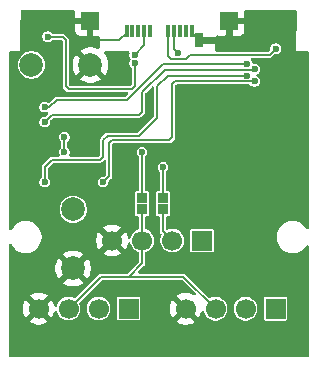
<source format=gbr>
%TF.GenerationSoftware,KiCad,Pcbnew,9.0.4*%
%TF.CreationDate,2025-10-27T13:57:53-04:00*%
%TF.ProjectId,USBC_I2C,55534243-5f49-4324-932e-6b696361645f,rev?*%
%TF.SameCoordinates,Original*%
%TF.FileFunction,Copper,L2,Bot*%
%TF.FilePolarity,Positive*%
%FSLAX46Y46*%
G04 Gerber Fmt 4.6, Leading zero omitted, Abs format (unit mm)*
G04 Created by KiCad (PCBNEW 9.0.4) date 2025-10-27 13:57:53*
%MOMM*%
%LPD*%
G01*
G04 APERTURE LIST*
%TA.AperFunction,SMDPad,CuDef*%
%ADD10R,0.700000X1.150000*%
%TD*%
%TA.AperFunction,SMDPad,CuDef*%
%ADD11R,0.380000X1.000000*%
%TD*%
%TA.AperFunction,ComponentPad*%
%ADD12R,1.700000X1.700000*%
%TD*%
%TA.AperFunction,ComponentPad*%
%ADD13C,1.700000*%
%TD*%
%TA.AperFunction,ComponentPad*%
%ADD14C,2.000000*%
%TD*%
%TA.AperFunction,SMDPad,CuDef*%
%ADD15R,0.850000X0.850000*%
%TD*%
%TA.AperFunction,SMDPad,CuDef*%
%ADD16R,1.500000X1.500000*%
%TD*%
%TA.AperFunction,ViaPad*%
%ADD17C,0.600000*%
%TD*%
%TA.AperFunction,Conductor*%
%ADD18C,0.200000*%
%TD*%
%TA.AperFunction,Conductor*%
%ADD19C,0.600000*%
%TD*%
G04 APERTURE END LIST*
D10*
%TO.P,USB1,S1,SHIELD*%
%TO.N,GND*%
X100230000Y-60022000D03*
D11*
%TO.P,USB1,B12,GND*%
X94060000Y-59182000D03*
%TO.P,USB1,B11*%
%TO.N,N/C*%
X94560000Y-59182000D03*
%TO.P,USB1,B10*%
X95060000Y-59182000D03*
%TO.P,USB1,B9,VBUS*%
%TO.N,Net-(U1-VDD)*%
X95560000Y-59182000D03*
%TO.P,USB1,B8*%
%TO.N,N/C*%
X96060000Y-59182000D03*
%TO.P,USB1,B5,VCONN*%
%TO.N,Net-(USB1-VCONN)*%
X97560000Y-59182000D03*
%TO.P,USB1,B4,VBUS*%
%TO.N,Net-(U1-VDD)*%
X98060000Y-59182000D03*
%TO.P,USB1,B3*%
%TO.N,N/C*%
X98560000Y-59182000D03*
%TO.P,USB1,B2*%
X99060000Y-59182000D03*
%TO.P,USB1,B1,GND*%
%TO.N,GND*%
X99560000Y-59182000D03*
%TD*%
D12*
%TO.P,REF\u002A\u002A,1*%
%TO.N,Vo*%
X94234000Y-82727800D03*
D13*
%TO.P,REF\u002A\u002A,2*%
%TO.N,Out0*%
X91694000Y-82727800D03*
%TO.P,REF\u002A\u002A,3*%
%TO.N,Out1*%
X89154000Y-82727800D03*
%TO.P,REF\u002A\u002A,4*%
%TO.N,GND*%
X86614000Y-82727800D03*
%TD*%
D12*
%TO.P,REF\u002A\u002A,1*%
%TO.N,Vo*%
X100457000Y-76962000D03*
D13*
%TO.P,REF\u002A\u002A,2*%
%TO.N,Out0*%
X97917000Y-76962000D03*
%TO.P,REF\u002A\u002A,3*%
%TO.N,Out1*%
X95377000Y-76962000D03*
%TO.P,REF\u002A\u002A,4*%
%TO.N,GND*%
X92837000Y-76962000D03*
%TD*%
D12*
%TO.P,REF\u002A\u002A,1*%
%TO.N,Vo*%
X106680000Y-82737000D03*
D13*
%TO.P,REF\u002A\u002A,2*%
%TO.N,Out0*%
X104140000Y-82737000D03*
%TO.P,REF\u002A\u002A,3*%
%TO.N,Out1*%
X101600000Y-82737000D03*
%TO.P,REF\u002A\u002A,4*%
%TO.N,GND*%
X99060000Y-82737000D03*
%TD*%
D14*
%TO.P,C2,1*%
%TO.N,GND*%
X89535000Y-79320400D03*
%TO.P,C2,2*%
%TO.N,Net-(U1-VUSB)*%
X89535000Y-74320400D03*
%TD*%
%TO.P,C1,1*%
%TO.N,GND*%
X91004400Y-62103000D03*
%TO.P,C1,2*%
%TO.N,Net-(U1-VDD)*%
X86004400Y-62103000D03*
%TD*%
D15*
%TO.P,2x Pads,1*%
%TO.N,Net-(U1-SDA)*%
X97129600Y-73370400D03*
%TO.P,2x Pads,2*%
%TO.N,Out0*%
X97129600Y-74320400D03*
%TD*%
D16*
%TO.P,,1*%
%TO.N,GND*%
X102768400Y-58369200D03*
%TD*%
D15*
%TO.P,2x Pads,1*%
%TO.N,Net-(U1-SCL)*%
X95377000Y-73370400D03*
%TO.P,2x Pads,2*%
%TO.N,Out1*%
X95377000Y-74320400D03*
%TD*%
D16*
%TO.P,,1*%
%TO.N,GND*%
X90932000Y-58369200D03*
%TD*%
D17*
%TO.N,Net-(D1-A)*%
X104267000Y-61976000D03*
X87122000Y-65659000D03*
%TO.N,GND*%
X90462100Y-57937400D03*
X91414600Y-58826400D03*
X90462100Y-58826400D03*
X102285800Y-57937400D03*
X102285800Y-58826400D03*
X91414600Y-57937400D03*
X108458000Y-73761600D03*
X103238300Y-57937400D03*
X103238300Y-58826400D03*
%TO.N,Net-(U1-VUSB)*%
X88798400Y-69469000D03*
X88798400Y-68199000D03*
%TO.N,Net-(D4-A)*%
X92075000Y-72009000D03*
X104902000Y-63492000D03*
%TO.N,Net-(D3-A)*%
X87122000Y-72009000D03*
X104267000Y-62992000D03*
%TO.N,Net-(D2-A)*%
X104902000Y-62476000D03*
X87122000Y-66929000D03*
%TO.N,Net-(U1-SCL)*%
X95377000Y-69469000D03*
%TO.N,Net-(U1-SDA)*%
X97155000Y-70739000D03*
%TO.N,Net-(USB1-CC)*%
X87376000Y-59690000D03*
X94742000Y-61925200D03*
%TO.N,Net-(USB1-VCONN)*%
X106680000Y-60706000D03*
%TO.N,Net-(U1-VDD)*%
X94742000Y-61214000D03*
X98425000Y-61087000D03*
%TD*%
D18*
%TO.N,Net-(D1-A)*%
X87122000Y-65659000D02*
X87503000Y-65659000D01*
X97155000Y-61976000D02*
X104267000Y-61976000D01*
X88138000Y-65024000D02*
X94107000Y-65024000D01*
X94107000Y-65024000D02*
X97155000Y-61976000D01*
X87503000Y-65659000D02*
X88138000Y-65024000D01*
%TO.N,GND*%
X99560000Y-59182000D02*
X99560000Y-59352000D01*
X94060000Y-59356000D02*
X93395800Y-60020200D01*
X94060000Y-59182000D02*
X94060000Y-59356000D01*
D19*
X102284000Y-60022000D02*
X102768400Y-59537600D01*
X100230000Y-60022000D02*
X102284000Y-60022000D01*
D18*
X91516200Y-60020200D02*
X90932000Y-59436000D01*
X93395800Y-60020200D02*
X91516200Y-60020200D01*
X99560000Y-59352000D02*
X100230000Y-60022000D01*
D19*
X102768400Y-59537600D02*
X102768400Y-58369200D01*
D18*
X90932000Y-59436000D02*
X90932000Y-58369200D01*
%TO.N,Net-(U1-VUSB)*%
X88798400Y-69469000D02*
X88798400Y-68199000D01*
%TO.N,Net-(D4-A)*%
X92075000Y-72009000D02*
X92583000Y-71501000D01*
X104058479Y-63492000D02*
X104059479Y-63493000D01*
X92583000Y-71501000D02*
X92583000Y-68707000D01*
X97917000Y-68199000D02*
X97917000Y-63746000D01*
X104474521Y-63493000D02*
X104475521Y-63492000D01*
X97917000Y-63746000D02*
X98171000Y-63492000D01*
X104475521Y-63492000D02*
X104902000Y-63492000D01*
X92583000Y-68707000D02*
X92837000Y-68453000D01*
X98171000Y-63492000D02*
X104058479Y-63492000D01*
X97663000Y-68453000D02*
X97917000Y-68199000D01*
X92837000Y-68453000D02*
X97663000Y-68453000D01*
X104059479Y-63493000D02*
X104474521Y-63493000D01*
%TO.N,Net-(D3-A)*%
X87122000Y-70739000D02*
X87122000Y-72009000D01*
X96647000Y-66548000D02*
X95123000Y-68072000D01*
X87757000Y-70104000D02*
X87122000Y-70739000D01*
X92075000Y-68453000D02*
X92075000Y-69850000D01*
X91821000Y-70104000D02*
X87757000Y-70104000D01*
X104267000Y-62992000D02*
X97536000Y-62992000D01*
X92075000Y-69850000D02*
X91821000Y-70104000D01*
X95123000Y-68072000D02*
X92456000Y-68072000D01*
X92456000Y-68072000D02*
X92075000Y-68453000D01*
X97536000Y-62992000D02*
X96647000Y-63881000D01*
X96647000Y-63881000D02*
X96647000Y-66548000D01*
%TO.N,Net-(D2-A)*%
X87757000Y-66294000D02*
X95123000Y-66294000D01*
X104894000Y-62484000D02*
X104902000Y-62476000D01*
X97282000Y-62484000D02*
X104894000Y-62484000D01*
X95377000Y-66040000D02*
X95377000Y-64389000D01*
X87122000Y-66929000D02*
X87757000Y-66294000D01*
X95377000Y-64389000D02*
X97282000Y-62484000D01*
X95123000Y-66294000D02*
X95377000Y-66040000D01*
%TO.N,Net-(U1-SCL)*%
X95377000Y-69469000D02*
X95377000Y-73370400D01*
%TO.N,Out0*%
X97129600Y-74320400D02*
X97129600Y-76174600D01*
X97129600Y-76174600D02*
X97917000Y-76962000D01*
%TO.N,Net-(U1-SDA)*%
X97129600Y-70891400D02*
X97129600Y-73370400D01*
X97155000Y-70866000D02*
X97129600Y-70891400D01*
X97155000Y-70739000D02*
X97155000Y-70866000D01*
%TO.N,Out1*%
X98873000Y-80010000D02*
X101600000Y-82737000D01*
X93421200Y-80010000D02*
X94234000Y-80010000D01*
X91881000Y-80010000D02*
X93421200Y-80010000D01*
X95377000Y-76641000D02*
X95377000Y-78867000D01*
X95377000Y-74320400D02*
X95377000Y-76962000D01*
X95377000Y-78867000D02*
X94234000Y-80010000D01*
X89154000Y-82737000D02*
X91881000Y-80010000D01*
X94234000Y-80010000D02*
X98873000Y-80010000D01*
%TO.N,Net-(USB1-CC)*%
X88900000Y-63881000D02*
X89154000Y-64135000D01*
X89154000Y-64135000D02*
X94488000Y-64135000D01*
X87376000Y-59690000D02*
X88646000Y-59690000D01*
X88646000Y-59690000D02*
X88900000Y-59944000D01*
X94488000Y-64135000D02*
X94742000Y-63881000D01*
X94742000Y-63881000D02*
X94742000Y-61925200D01*
X88900000Y-59944000D02*
X88900000Y-63881000D01*
%TO.N,Net-(USB1-VCONN)*%
X97790000Y-61595000D02*
X97560000Y-61365000D01*
X106172000Y-61214000D02*
X99441000Y-61214000D01*
X106680000Y-60706000D02*
X106172000Y-61214000D01*
X97560000Y-61365000D02*
X97560000Y-59182000D01*
X99060000Y-61595000D02*
X97790000Y-61595000D01*
X99441000Y-61214000D02*
X99060000Y-61595000D01*
%TO.N,Net-(U1-VDD)*%
X98060000Y-60722000D02*
X98425000Y-61087000D01*
X94742000Y-61214000D02*
X95560000Y-60396000D01*
X98060000Y-59182000D02*
X98060000Y-60722000D01*
X95560000Y-60396000D02*
X95560000Y-59182000D01*
%TD*%
%TA.AperFunction,Conductor*%
%TO.N,GND*%
G36*
X89626256Y-57449085D02*
G01*
X89672011Y-57501889D01*
X89682507Y-57566653D01*
X89682000Y-57571366D01*
X89682000Y-58119200D01*
X90808000Y-58119200D01*
X90875039Y-58138885D01*
X90920794Y-58191689D01*
X90932000Y-58243200D01*
X90932000Y-58369200D01*
X91058000Y-58369200D01*
X91125039Y-58388885D01*
X91170794Y-58441689D01*
X91182000Y-58493200D01*
X91182000Y-59619200D01*
X91659400Y-59619200D01*
X91726439Y-59638885D01*
X91772194Y-59691689D01*
X91783400Y-59743200D01*
X91783400Y-60614081D01*
X91763715Y-60681120D01*
X91710911Y-60726875D01*
X91641753Y-60736819D01*
X91603107Y-60724567D01*
X91580203Y-60712897D01*
X91355647Y-60639934D01*
X91355648Y-60639934D01*
X91122452Y-60603000D01*
X90886348Y-60603000D01*
X90653152Y-60639934D01*
X90428597Y-60712897D01*
X90218230Y-60820084D01*
X90135294Y-60880340D01*
X90874991Y-61620037D01*
X90811407Y-61637075D01*
X90697393Y-61702901D01*
X90604301Y-61795993D01*
X90538475Y-61910007D01*
X90521437Y-61973591D01*
X89781740Y-61233894D01*
X89721484Y-61316830D01*
X89614297Y-61527197D01*
X89541334Y-61751752D01*
X89504400Y-61984947D01*
X89504400Y-62221052D01*
X89541334Y-62454247D01*
X89614297Y-62678802D01*
X89721487Y-62889174D01*
X89781738Y-62972104D01*
X89781740Y-62972105D01*
X90521437Y-62232408D01*
X90538475Y-62295993D01*
X90604301Y-62410007D01*
X90697393Y-62503099D01*
X90811407Y-62568925D01*
X90874990Y-62585962D01*
X90135293Y-63325658D01*
X90218228Y-63385914D01*
X90428597Y-63493102D01*
X90653152Y-63566065D01*
X90653151Y-63566065D01*
X90886348Y-63603000D01*
X91122452Y-63603000D01*
X91355647Y-63566065D01*
X91580202Y-63493102D01*
X91790563Y-63385918D01*
X91790569Y-63385914D01*
X91873504Y-63325658D01*
X91873505Y-63325658D01*
X91133808Y-62585962D01*
X91197393Y-62568925D01*
X91311407Y-62503099D01*
X91404499Y-62410007D01*
X91470325Y-62295993D01*
X91487362Y-62232408D01*
X92227058Y-62972105D01*
X92227058Y-62972104D01*
X92287314Y-62889169D01*
X92287318Y-62889163D01*
X92394502Y-62678802D01*
X92467465Y-62454247D01*
X92504400Y-62221052D01*
X92504400Y-61984947D01*
X92467465Y-61751752D01*
X92394502Y-61527197D01*
X92287312Y-61316825D01*
X92148877Y-61126285D01*
X92125397Y-61060479D01*
X92141222Y-60992425D01*
X92191328Y-60943730D01*
X92249195Y-60929400D01*
X94187782Y-60929400D01*
X94254821Y-60949085D01*
X94300576Y-61001889D01*
X94310520Y-61071047D01*
X94307558Y-61085485D01*
X94289100Y-61154375D01*
X94289100Y-61273625D01*
X94300675Y-61316825D01*
X94319964Y-61388814D01*
X94335259Y-61415305D01*
X94376413Y-61486585D01*
X94379591Y-61492088D01*
X94381147Y-61494116D01*
X94381927Y-61496133D01*
X94383654Y-61499125D01*
X94383187Y-61499394D01*
X94406339Y-61559286D01*
X94392299Y-61627730D01*
X94381147Y-61645084D01*
X94379591Y-61647111D01*
X94319964Y-61750385D01*
X94297820Y-61833032D01*
X94289100Y-61865575D01*
X94289100Y-61984825D01*
X94299356Y-62023100D01*
X94319964Y-62100014D01*
X94327804Y-62113592D01*
X94379590Y-62203287D01*
X94379592Y-62203289D01*
X94452781Y-62276478D01*
X94486266Y-62337801D01*
X94489100Y-62364159D01*
X94489100Y-63724884D01*
X94480455Y-63754324D01*
X94473932Y-63784311D01*
X94470177Y-63789326D01*
X94469415Y-63791923D01*
X94452781Y-63812565D01*
X94419565Y-63845781D01*
X94358242Y-63879266D01*
X94331884Y-63882100D01*
X89310116Y-63882100D01*
X89243077Y-63862415D01*
X89222435Y-63845781D01*
X89189219Y-63812565D01*
X89155734Y-63751242D01*
X89152900Y-63724884D01*
X89152900Y-60008747D01*
X89152901Y-60008738D01*
X89152901Y-59893696D01*
X89152901Y-59893695D01*
X89132559Y-59844587D01*
X89114399Y-59800743D01*
X89043257Y-59729601D01*
X89043253Y-59729599D01*
X88870611Y-59556957D01*
X88870603Y-59556947D01*
X88789256Y-59475600D01*
X88750196Y-59459421D01*
X88750193Y-59459420D01*
X88734806Y-59453047D01*
X88696305Y-59437099D01*
X88595695Y-59437099D01*
X88595693Y-59437100D01*
X87814959Y-59437100D01*
X87747920Y-59417415D01*
X87727278Y-59400781D01*
X87654089Y-59327592D01*
X87654087Y-59327590D01*
X87582830Y-59286449D01*
X87550814Y-59267964D01*
X87493219Y-59252532D01*
X87435625Y-59237100D01*
X87316375Y-59237100D01*
X87201185Y-59267964D01*
X87097913Y-59327590D01*
X87097910Y-59327592D01*
X87013592Y-59411910D01*
X87013590Y-59411913D01*
X86953964Y-59515185D01*
X86923100Y-59630375D01*
X86923100Y-59749624D01*
X86953964Y-59864814D01*
X86970639Y-59893695D01*
X87013590Y-59968087D01*
X87097913Y-60052410D01*
X87201187Y-60112036D01*
X87316375Y-60142900D01*
X87316377Y-60142900D01*
X87435623Y-60142900D01*
X87435625Y-60142900D01*
X87550813Y-60112036D01*
X87654087Y-60052410D01*
X87727278Y-59979219D01*
X87788601Y-59945734D01*
X87814959Y-59942900D01*
X88489884Y-59942900D01*
X88519324Y-59951544D01*
X88549311Y-59958068D01*
X88554326Y-59961822D01*
X88556923Y-59962585D01*
X88577565Y-59979219D01*
X88610781Y-60012435D01*
X88644266Y-60073758D01*
X88647100Y-60100116D01*
X88647100Y-63820692D01*
X88647099Y-63820706D01*
X88647099Y-63931307D01*
X88659148Y-63960395D01*
X88659149Y-63960397D01*
X88659150Y-63960398D01*
X88669653Y-63985754D01*
X88685601Y-64024257D01*
X88766947Y-64105603D01*
X88766957Y-64105611D01*
X88939599Y-64278253D01*
X88939601Y-64278257D01*
X89010743Y-64349399D01*
X89065193Y-64371952D01*
X89103695Y-64387901D01*
X89103697Y-64387901D01*
X89218739Y-64387901D01*
X89218747Y-64387900D01*
X94086084Y-64387900D01*
X94107329Y-64394138D01*
X94129418Y-64395718D01*
X94140201Y-64403790D01*
X94153123Y-64407585D01*
X94167622Y-64424318D01*
X94185351Y-64437590D01*
X94190058Y-64450210D01*
X94198878Y-64460389D01*
X94202029Y-64482306D01*
X94209768Y-64503054D01*
X94206905Y-64516214D01*
X94208822Y-64529547D01*
X94199622Y-64549690D01*
X94194916Y-64571327D01*
X94181647Y-64589052D01*
X94179797Y-64593103D01*
X94173765Y-64599581D01*
X94038565Y-64734781D01*
X93977242Y-64768266D01*
X93950884Y-64771100D01*
X88202747Y-64771100D01*
X88202739Y-64771099D01*
X88188305Y-64771099D01*
X88087695Y-64771099D01*
X88087693Y-64771099D01*
X88021968Y-64798323D01*
X88021968Y-64798324D01*
X87994743Y-64809601D01*
X87994741Y-64809602D01*
X87923600Y-64880744D01*
X87535625Y-65268718D01*
X87474302Y-65302203D01*
X87404610Y-65297219D01*
X87385943Y-65288424D01*
X87296814Y-65236964D01*
X87239219Y-65221532D01*
X87181625Y-65206100D01*
X87062375Y-65206100D01*
X86947185Y-65236964D01*
X86843913Y-65296590D01*
X86843910Y-65296592D01*
X86759592Y-65380910D01*
X86759590Y-65380913D01*
X86699964Y-65484185D01*
X86669100Y-65599375D01*
X86669100Y-65718624D01*
X86699964Y-65833814D01*
X86722819Y-65873399D01*
X86759590Y-65937087D01*
X86843913Y-66021410D01*
X86909886Y-66059500D01*
X86944701Y-66079601D01*
X86947187Y-66081036D01*
X87062375Y-66111900D01*
X87062377Y-66111900D01*
X87181622Y-66111900D01*
X87181625Y-66111900D01*
X87280786Y-66085330D01*
X87283836Y-66085402D01*
X87286517Y-66083939D01*
X87318536Y-66086228D01*
X87350632Y-66086993D01*
X87353161Y-66088705D01*
X87356209Y-66088923D01*
X87381908Y-66108161D01*
X87408495Y-66126155D01*
X87409697Y-66128963D01*
X87412143Y-66130794D01*
X87423362Y-66160874D01*
X87435999Y-66190384D01*
X87435492Y-66193396D01*
X87436560Y-66196258D01*
X87429736Y-66227626D01*
X87424413Y-66259286D01*
X87422162Y-66262446D01*
X87421709Y-66264531D01*
X87400558Y-66292786D01*
X87253562Y-66439782D01*
X87192242Y-66473266D01*
X87165883Y-66476100D01*
X87062375Y-66476100D01*
X86947185Y-66506964D01*
X86843913Y-66566590D01*
X86843910Y-66566592D01*
X86759592Y-66650910D01*
X86759590Y-66650913D01*
X86699964Y-66754185D01*
X86669100Y-66869375D01*
X86669100Y-66988624D01*
X86699964Y-67103814D01*
X86729777Y-67155450D01*
X86759590Y-67207087D01*
X86843913Y-67291410D01*
X86947187Y-67351036D01*
X87062375Y-67381900D01*
X87062377Y-67381900D01*
X87181623Y-67381900D01*
X87181625Y-67381900D01*
X87296813Y-67351036D01*
X87400087Y-67291410D01*
X87484410Y-67207087D01*
X87544036Y-67103813D01*
X87574900Y-66988625D01*
X87574900Y-66885116D01*
X87594585Y-66818077D01*
X87611219Y-66797434D01*
X87646255Y-66762399D01*
X87825437Y-66583218D01*
X87886760Y-66549734D01*
X87913118Y-66546900D01*
X95072693Y-66546900D01*
X95072695Y-66546901D01*
X95173305Y-66546901D01*
X95211806Y-66530952D01*
X95266257Y-66508399D01*
X95337399Y-66437257D01*
X95337399Y-66437254D01*
X95349314Y-66425340D01*
X95349317Y-66425335D01*
X95520253Y-66254400D01*
X95520257Y-66254399D01*
X95591399Y-66183257D01*
X95613952Y-66128806D01*
X95629901Y-66090305D01*
X95629901Y-65989695D01*
X95629901Y-65979706D01*
X95629900Y-65979692D01*
X95629900Y-64545116D01*
X95649585Y-64478077D01*
X95666219Y-64457435D01*
X96182419Y-63941235D01*
X96243742Y-63907750D01*
X96313434Y-63912734D01*
X96369367Y-63954606D01*
X96393784Y-64020070D01*
X96394100Y-64028916D01*
X96394100Y-66391883D01*
X96374415Y-66458922D01*
X96357781Y-66479564D01*
X95054565Y-67782781D01*
X94993242Y-67816266D01*
X94966884Y-67819100D01*
X92506307Y-67819100D01*
X92506305Y-67819099D01*
X92405695Y-67819099D01*
X92363469Y-67836590D01*
X92348380Y-67842839D01*
X92348378Y-67842840D01*
X92312746Y-67857599D01*
X92312740Y-67857603D01*
X91936084Y-68234260D01*
X91936062Y-68234280D01*
X91860602Y-68309740D01*
X91847134Y-68342256D01*
X91822099Y-68402693D01*
X91822099Y-68517738D01*
X91822100Y-68517747D01*
X91822100Y-69693884D01*
X91813455Y-69723324D01*
X91806932Y-69753311D01*
X91803177Y-69758326D01*
X91802415Y-69760923D01*
X91785781Y-69781565D01*
X91752565Y-69814781D01*
X91691242Y-69848266D01*
X91664884Y-69851100D01*
X89315533Y-69851100D01*
X89248494Y-69831415D01*
X89202739Y-69778611D01*
X89192795Y-69709453D01*
X89208147Y-69665098D01*
X89220435Y-69643815D01*
X89220436Y-69643813D01*
X89251300Y-69528625D01*
X89251300Y-69409375D01*
X89220436Y-69294187D01*
X89160810Y-69190913D01*
X89087619Y-69117722D01*
X89054134Y-69056399D01*
X89051300Y-69030041D01*
X89051300Y-68637959D01*
X89070985Y-68570920D01*
X89087619Y-68550278D01*
X89120159Y-68517738D01*
X89160810Y-68477087D01*
X89220436Y-68373813D01*
X89251300Y-68258625D01*
X89251300Y-68139375D01*
X89220436Y-68024187D01*
X89160810Y-67920913D01*
X89076487Y-67836590D01*
X89024850Y-67806777D01*
X88973214Y-67776964D01*
X88915619Y-67761532D01*
X88858025Y-67746100D01*
X88738775Y-67746100D01*
X88623585Y-67776964D01*
X88520313Y-67836590D01*
X88520310Y-67836592D01*
X88435992Y-67920910D01*
X88435990Y-67920913D01*
X88376364Y-68024185D01*
X88348652Y-68127611D01*
X88345500Y-68139375D01*
X88345500Y-68258625D01*
X88359196Y-68309740D01*
X88376364Y-68373814D01*
X88393038Y-68402693D01*
X88435990Y-68477087D01*
X88435992Y-68477089D01*
X88509181Y-68550278D01*
X88542666Y-68611601D01*
X88545500Y-68637959D01*
X88545500Y-69030041D01*
X88525815Y-69097080D01*
X88509181Y-69117722D01*
X88435992Y-69190910D01*
X88435990Y-69190913D01*
X88376364Y-69294185D01*
X88345500Y-69409375D01*
X88345500Y-69528624D01*
X88376364Y-69643815D01*
X88388653Y-69665098D01*
X88405127Y-69732998D01*
X88382275Y-69799026D01*
X88327355Y-69842217D01*
X88281267Y-69851100D01*
X87807307Y-69851100D01*
X87807305Y-69851099D01*
X87706695Y-69851099D01*
X87662272Y-69869500D01*
X87647354Y-69875678D01*
X87647353Y-69875679D01*
X87613746Y-69889599D01*
X87613740Y-69889603D01*
X86989100Y-70514243D01*
X86989093Y-70514251D01*
X86978746Y-70524599D01*
X86978743Y-70524601D01*
X86907601Y-70595743D01*
X86889891Y-70638500D01*
X86883792Y-70653222D01*
X86883790Y-70653226D01*
X86869099Y-70688694D01*
X86869099Y-70803738D01*
X86869100Y-70803747D01*
X86869100Y-71570041D01*
X86849415Y-71637080D01*
X86832781Y-71657722D01*
X86759592Y-71730910D01*
X86759590Y-71730913D01*
X86699964Y-71834185D01*
X86669100Y-71949375D01*
X86669100Y-72068624D01*
X86699964Y-72183814D01*
X86729777Y-72235450D01*
X86759590Y-72287087D01*
X86843913Y-72371410D01*
X86947187Y-72431036D01*
X87062375Y-72461900D01*
X87062377Y-72461900D01*
X87181623Y-72461900D01*
X87181625Y-72461900D01*
X87296813Y-72431036D01*
X87400087Y-72371410D01*
X87484410Y-72287087D01*
X87544036Y-72183813D01*
X87574900Y-72068625D01*
X87574900Y-71949375D01*
X87544036Y-71834187D01*
X87484410Y-71730913D01*
X87411219Y-71657722D01*
X87377734Y-71596399D01*
X87374900Y-71570041D01*
X87374900Y-70895116D01*
X87394585Y-70828077D01*
X87411219Y-70807435D01*
X87825436Y-70393219D01*
X87886759Y-70359734D01*
X87913117Y-70356900D01*
X91770693Y-70356900D01*
X91770695Y-70356901D01*
X91871305Y-70356901D01*
X91909806Y-70340952D01*
X91964257Y-70318399D01*
X92035399Y-70247257D01*
X92035399Y-70247254D01*
X92047309Y-70235345D01*
X92047313Y-70235340D01*
X92118421Y-70164231D01*
X92179743Y-70130749D01*
X92249434Y-70135734D01*
X92305368Y-70177605D01*
X92329784Y-70243070D01*
X92330100Y-70251915D01*
X92330100Y-71344883D01*
X92310415Y-71411922D01*
X92293781Y-71432564D01*
X92206564Y-71519781D01*
X92145241Y-71553266D01*
X92118883Y-71556100D01*
X92015375Y-71556100D01*
X91900185Y-71586964D01*
X91796913Y-71646590D01*
X91796910Y-71646592D01*
X91712592Y-71730910D01*
X91712590Y-71730913D01*
X91652964Y-71834185D01*
X91622100Y-71949375D01*
X91622100Y-72068624D01*
X91652964Y-72183814D01*
X91682777Y-72235450D01*
X91712590Y-72287087D01*
X91796913Y-72371410D01*
X91900187Y-72431036D01*
X92015375Y-72461900D01*
X92015377Y-72461900D01*
X92134623Y-72461900D01*
X92134625Y-72461900D01*
X92249813Y-72431036D01*
X92353087Y-72371410D01*
X92437410Y-72287087D01*
X92497036Y-72183813D01*
X92527900Y-72068625D01*
X92527900Y-71965115D01*
X92536544Y-71935674D01*
X92543068Y-71905688D01*
X92546822Y-71900672D01*
X92547585Y-71898076D01*
X92564219Y-71877434D01*
X92607468Y-71834185D01*
X92708814Y-71732840D01*
X92708818Y-71732837D01*
X92726256Y-71715399D01*
X92726257Y-71715399D01*
X92797399Y-71644257D01*
X92821130Y-71586964D01*
X92835901Y-71551305D01*
X92835901Y-71450695D01*
X92835900Y-71450692D01*
X92835900Y-68863116D01*
X92855585Y-68796077D01*
X92872219Y-68775435D01*
X92905435Y-68742219D01*
X92966758Y-68708734D01*
X92993116Y-68705900D01*
X97612693Y-68705900D01*
X97612695Y-68705901D01*
X97713305Y-68705901D01*
X97751806Y-68689952D01*
X97806257Y-68667399D01*
X97877399Y-68596257D01*
X97877399Y-68596254D01*
X97889314Y-68584340D01*
X97889317Y-68584335D01*
X98048335Y-68425318D01*
X98048343Y-68425312D01*
X98060255Y-68413399D01*
X98060257Y-68413399D01*
X98131399Y-68342257D01*
X98131399Y-68342255D01*
X98131401Y-68342254D01*
X98158540Y-68276731D01*
X98166040Y-68258625D01*
X98169901Y-68249305D01*
X98169901Y-68148695D01*
X98169900Y-68148692D01*
X98169900Y-63902116D01*
X98189585Y-63835077D01*
X98206219Y-63814435D01*
X98239435Y-63781219D01*
X98300758Y-63747734D01*
X98327116Y-63744900D01*
X103991930Y-63744900D01*
X103992867Y-63744904D01*
X104007025Y-63745011D01*
X104009174Y-63745901D01*
X104109784Y-63745901D01*
X104109786Y-63745900D01*
X104409774Y-63745900D01*
X104409782Y-63745901D01*
X104464041Y-63745901D01*
X104531080Y-63765586D01*
X104551722Y-63782219D01*
X104623913Y-63854410D01*
X104727187Y-63914036D01*
X104842375Y-63944900D01*
X104842377Y-63944900D01*
X104961623Y-63944900D01*
X104961625Y-63944900D01*
X105076813Y-63914036D01*
X105180087Y-63854410D01*
X105264410Y-63770087D01*
X105324036Y-63666813D01*
X105354900Y-63551625D01*
X105354900Y-63432375D01*
X105324036Y-63317187D01*
X105264410Y-63213913D01*
X105180087Y-63129590D01*
X105113917Y-63091386D01*
X105065702Y-63040820D01*
X105052480Y-62972213D01*
X105078448Y-62907348D01*
X105113918Y-62876613D01*
X105180087Y-62838410D01*
X105264410Y-62754087D01*
X105324036Y-62650813D01*
X105354900Y-62535625D01*
X105354900Y-62416375D01*
X105324036Y-62301187D01*
X105264410Y-62197913D01*
X105180087Y-62113590D01*
X105128450Y-62083777D01*
X105076814Y-62053964D01*
X105008370Y-62035625D01*
X104961625Y-62023100D01*
X104842695Y-62023100D01*
X104775656Y-62003415D01*
X104729901Y-61950611D01*
X104722301Y-61924145D01*
X104722003Y-61924225D01*
X104719900Y-61916375D01*
X104689036Y-61801187D01*
X104629410Y-61697913D01*
X104610078Y-61678581D01*
X104576593Y-61617258D01*
X104581577Y-61547566D01*
X104623449Y-61491633D01*
X104688913Y-61467216D01*
X104697759Y-61466900D01*
X106121693Y-61466900D01*
X106121695Y-61466901D01*
X106222305Y-61466901D01*
X106260806Y-61450952D01*
X106315257Y-61428399D01*
X106386399Y-61357257D01*
X106386399Y-61357254D01*
X106398309Y-61345345D01*
X106398313Y-61345340D01*
X106548436Y-61195216D01*
X106609757Y-61161734D01*
X106636115Y-61158900D01*
X106739623Y-61158900D01*
X106739625Y-61158900D01*
X106854813Y-61128036D01*
X106958087Y-61068410D01*
X107042410Y-60984087D01*
X107102036Y-60880813D01*
X107132900Y-60765625D01*
X107132900Y-60646375D01*
X107102036Y-60531187D01*
X107042410Y-60427913D01*
X106958087Y-60343590D01*
X106906450Y-60313777D01*
X106854814Y-60283964D01*
X106797219Y-60268532D01*
X106739625Y-60253100D01*
X106620375Y-60253100D01*
X106505185Y-60283964D01*
X106401913Y-60343590D01*
X106401910Y-60343592D01*
X106317592Y-60427910D01*
X106317590Y-60427913D01*
X106257964Y-60531185D01*
X106227100Y-60646375D01*
X106227100Y-60749882D01*
X106218456Y-60779318D01*
X106211933Y-60809308D01*
X106208177Y-60814325D01*
X106207415Y-60816921D01*
X106190782Y-60837563D01*
X106103565Y-60924781D01*
X106042242Y-60958266D01*
X106015883Y-60961100D01*
X101664309Y-60961100D01*
X101597270Y-60941415D01*
X101551515Y-60888611D01*
X101540624Y-60828265D01*
X101569220Y-60427913D01*
X101622999Y-59675008D01*
X101647409Y-59609546D01*
X101703339Y-59567669D01*
X101773030Y-59562678D01*
X101790016Y-59567665D01*
X101911020Y-59612796D01*
X101911027Y-59612798D01*
X101970555Y-59619199D01*
X101970572Y-59619200D01*
X102518400Y-59619200D01*
X103018400Y-59619200D01*
X103566228Y-59619200D01*
X103566244Y-59619199D01*
X103625772Y-59612798D01*
X103625779Y-59612796D01*
X103760486Y-59562554D01*
X103760493Y-59562550D01*
X103875587Y-59476390D01*
X103875590Y-59476387D01*
X103961750Y-59361293D01*
X103961754Y-59361286D01*
X104011996Y-59226579D01*
X104011998Y-59226572D01*
X104018399Y-59167044D01*
X104018400Y-59167027D01*
X104018400Y-58619200D01*
X103018400Y-58619200D01*
X103018400Y-59619200D01*
X102518400Y-59619200D01*
X102518400Y-58493200D01*
X102538085Y-58426161D01*
X102590889Y-58380406D01*
X102642400Y-58369200D01*
X102768400Y-58369200D01*
X102768400Y-58243200D01*
X102788085Y-58176161D01*
X102840889Y-58130406D01*
X102892400Y-58119200D01*
X104018400Y-58119200D01*
X104018400Y-57571372D01*
X104018399Y-57571366D01*
X104017893Y-57566653D01*
X104030300Y-57497894D01*
X104077911Y-57446757D01*
X104141183Y-57429400D01*
X108357184Y-57429400D01*
X108424223Y-57449085D01*
X108469978Y-57501889D01*
X108481164Y-57555593D01*
X108421400Y-60929400D01*
X109359400Y-60929400D01*
X109426439Y-60949085D01*
X109472194Y-61001889D01*
X109483400Y-61053400D01*
X109483400Y-75857318D01*
X109463715Y-75924357D01*
X109410911Y-75970112D01*
X109341753Y-75980056D01*
X109278197Y-75951031D01*
X109259082Y-75930203D01*
X109150109Y-75780214D01*
X109150105Y-75780209D01*
X108999786Y-75629890D01*
X108827820Y-75504951D01*
X108638414Y-75408444D01*
X108638413Y-75408443D01*
X108638412Y-75408443D01*
X108436243Y-75342754D01*
X108436241Y-75342753D01*
X108436240Y-75342753D01*
X108274957Y-75317208D01*
X108226287Y-75309500D01*
X108013713Y-75309500D01*
X107965042Y-75317208D01*
X107803760Y-75342753D01*
X107601585Y-75408444D01*
X107412179Y-75504951D01*
X107240213Y-75629890D01*
X107089890Y-75780213D01*
X106964951Y-75952179D01*
X106868444Y-76141585D01*
X106802753Y-76343760D01*
X106774228Y-76523860D01*
X106769500Y-76553713D01*
X106769500Y-76766287D01*
X106802754Y-76976243D01*
X106851800Y-77127191D01*
X106868444Y-77178414D01*
X106964951Y-77367820D01*
X107089890Y-77539786D01*
X107240213Y-77690109D01*
X107412179Y-77815048D01*
X107412181Y-77815049D01*
X107412184Y-77815051D01*
X107601588Y-77911557D01*
X107803757Y-77977246D01*
X108013713Y-78010500D01*
X108013714Y-78010500D01*
X108226286Y-78010500D01*
X108226287Y-78010500D01*
X108436243Y-77977246D01*
X108638412Y-77911557D01*
X108827816Y-77815051D01*
X108929734Y-77741004D01*
X108999786Y-77690109D01*
X108999788Y-77690106D01*
X108999792Y-77690104D01*
X109150104Y-77539792D01*
X109259082Y-77389794D01*
X109314411Y-77347130D01*
X109384024Y-77341151D01*
X109445820Y-77373756D01*
X109480177Y-77434595D01*
X109483400Y-77462681D01*
X109483400Y-86705400D01*
X109463715Y-86772439D01*
X109410911Y-86818194D01*
X109359400Y-86829400D01*
X84207400Y-86829400D01*
X84140361Y-86809715D01*
X84094606Y-86756911D01*
X84083400Y-86705400D01*
X84083400Y-82621553D01*
X85264000Y-82621553D01*
X85264000Y-82834046D01*
X85297242Y-83043927D01*
X85297242Y-83043930D01*
X85362904Y-83246017D01*
X85459375Y-83435350D01*
X85498728Y-83489516D01*
X86131037Y-82857208D01*
X86148075Y-82920793D01*
X86213901Y-83034807D01*
X86306993Y-83127899D01*
X86421007Y-83193725D01*
X86484590Y-83210762D01*
X85852282Y-83843069D01*
X85852282Y-83843070D01*
X85906449Y-83882424D01*
X86095782Y-83978895D01*
X86297870Y-84044557D01*
X86507754Y-84077800D01*
X86720246Y-84077800D01*
X86930127Y-84044557D01*
X86930130Y-84044557D01*
X87132217Y-83978895D01*
X87321554Y-83882422D01*
X87375716Y-83843070D01*
X87375717Y-83843070D01*
X86743408Y-83210762D01*
X86806993Y-83193725D01*
X86921007Y-83127899D01*
X87014099Y-83034807D01*
X87079925Y-82920793D01*
X87096962Y-82857208D01*
X87729270Y-83489517D01*
X87729270Y-83489516D01*
X87768622Y-83435354D01*
X87865095Y-83246017D01*
X87930756Y-83043933D01*
X87938971Y-82992062D01*
X87968900Y-82928927D01*
X88028211Y-82891995D01*
X88098073Y-82892991D01*
X88156307Y-82931600D01*
X88183062Y-82987264D01*
X88189640Y-83020331D01*
X88189641Y-83020336D01*
X88265237Y-83202843D01*
X88265243Y-83202854D01*
X88374997Y-83367114D01*
X88514685Y-83506802D01*
X88514688Y-83506804D01*
X88678949Y-83616559D01*
X88861465Y-83692159D01*
X88861467Y-83692159D01*
X88861472Y-83692161D01*
X89055218Y-83730699D01*
X89055221Y-83730700D01*
X89055223Y-83730700D01*
X89252779Y-83730700D01*
X89252780Y-83730699D01*
X89317363Y-83717853D01*
X89446527Y-83692161D01*
X89446530Y-83692159D01*
X89446535Y-83692159D01*
X89629051Y-83616559D01*
X89793312Y-83506804D01*
X89933004Y-83367112D01*
X90042759Y-83202851D01*
X90118359Y-83020335D01*
X90123108Y-82996464D01*
X90155069Y-82835781D01*
X90156900Y-82826577D01*
X90156900Y-82629023D01*
X90156900Y-82629020D01*
X90156899Y-82629018D01*
X90691100Y-82629018D01*
X90691100Y-82826581D01*
X90729638Y-83020327D01*
X90729641Y-83020336D01*
X90805237Y-83202843D01*
X90805243Y-83202854D01*
X90914997Y-83367114D01*
X91054685Y-83506802D01*
X91054688Y-83506804D01*
X91218949Y-83616559D01*
X91401465Y-83692159D01*
X91401467Y-83692159D01*
X91401472Y-83692161D01*
X91595218Y-83730699D01*
X91595221Y-83730700D01*
X91595223Y-83730700D01*
X91792779Y-83730700D01*
X91792780Y-83730699D01*
X91857363Y-83717853D01*
X91986527Y-83692161D01*
X91986530Y-83692159D01*
X91986535Y-83692159D01*
X92169051Y-83616559D01*
X92333312Y-83506804D01*
X92473004Y-83367112D01*
X92582759Y-83202851D01*
X92658359Y-83020335D01*
X92663108Y-82996464D01*
X92695069Y-82835781D01*
X92696900Y-82826577D01*
X92696900Y-82629023D01*
X92696900Y-82629020D01*
X92696899Y-82629018D01*
X92658361Y-82435272D01*
X92658358Y-82435263D01*
X92652364Y-82420793D01*
X92582759Y-82252749D01*
X92473004Y-82088488D01*
X92473002Y-82088485D01*
X92333315Y-81948798D01*
X92204519Y-81862740D01*
X93231100Y-81862740D01*
X93231100Y-83592854D01*
X93239972Y-83637458D01*
X93239973Y-83637461D01*
X93273765Y-83688033D01*
X93273766Y-83688034D01*
X93324342Y-83721828D01*
X93324343Y-83721828D01*
X93324345Y-83721829D01*
X93346642Y-83726264D01*
X93368943Y-83730700D01*
X95099056Y-83730699D01*
X95143658Y-83721828D01*
X95194234Y-83688034D01*
X95228028Y-83637458D01*
X95236900Y-83592857D01*
X95236899Y-81862744D01*
X95228028Y-81818142D01*
X95228026Y-81818140D01*
X95228026Y-81818138D01*
X95194234Y-81767566D01*
X95194233Y-81767565D01*
X95143658Y-81733772D01*
X95143657Y-81733771D01*
X95143656Y-81733771D01*
X95143654Y-81733770D01*
X95099059Y-81724900D01*
X93368945Y-81724900D01*
X93324341Y-81733772D01*
X93324338Y-81733773D01*
X93273766Y-81767565D01*
X93239971Y-81818143D01*
X93239970Y-81818145D01*
X93231100Y-81862740D01*
X92204519Y-81862740D01*
X92169054Y-81839043D01*
X92169053Y-81839042D01*
X92169051Y-81839041D01*
X92169048Y-81839039D01*
X92169043Y-81839037D01*
X91986536Y-81763441D01*
X91986527Y-81763438D01*
X91792780Y-81724900D01*
X91792777Y-81724900D01*
X91595223Y-81724900D01*
X91595220Y-81724900D01*
X91401472Y-81763438D01*
X91401463Y-81763441D01*
X91218956Y-81839037D01*
X91218945Y-81839043D01*
X91054685Y-81948797D01*
X90914997Y-82088485D01*
X90805243Y-82252745D01*
X90805237Y-82252756D01*
X90729641Y-82435263D01*
X90729638Y-82435272D01*
X90691100Y-82629018D01*
X90156899Y-82629018D01*
X90118361Y-82435272D01*
X90118358Y-82435263D01*
X90112364Y-82420793D01*
X90060742Y-82296164D01*
X90053273Y-82226695D01*
X90084548Y-82164216D01*
X90087593Y-82161060D01*
X91949436Y-80299219D01*
X92010759Y-80265734D01*
X92037117Y-80262900D01*
X93370895Y-80262900D01*
X94183693Y-80262900D01*
X94183695Y-80262901D01*
X94284305Y-80262901D01*
X94284307Y-80262900D01*
X98716884Y-80262900D01*
X98783923Y-80282585D01*
X98804564Y-80299218D01*
X99866729Y-81361384D01*
X99900214Y-81422706D01*
X99895230Y-81492398D01*
X99853358Y-81548331D01*
X99787894Y-81572748D01*
X99722753Y-81559549D01*
X99578217Y-81485904D01*
X99376129Y-81420242D01*
X99166246Y-81387000D01*
X98953754Y-81387000D01*
X98743872Y-81420242D01*
X98743869Y-81420242D01*
X98541782Y-81485904D01*
X98352439Y-81582380D01*
X98298282Y-81621727D01*
X98298282Y-81621728D01*
X98930591Y-82254037D01*
X98867007Y-82271075D01*
X98752993Y-82336901D01*
X98659901Y-82429993D01*
X98594075Y-82544007D01*
X98577037Y-82607591D01*
X97944728Y-81975282D01*
X97944727Y-81975282D01*
X97905380Y-82029439D01*
X97808904Y-82218782D01*
X97743242Y-82420869D01*
X97743242Y-82420872D01*
X97710000Y-82630753D01*
X97710000Y-82843246D01*
X97743242Y-83053127D01*
X97743242Y-83053130D01*
X97808904Y-83255217D01*
X97905375Y-83444550D01*
X97944728Y-83498716D01*
X98577037Y-82866408D01*
X98594075Y-82929993D01*
X98659901Y-83044007D01*
X98752993Y-83137099D01*
X98867007Y-83202925D01*
X98930590Y-83219962D01*
X98298282Y-83852269D01*
X98298282Y-83852270D01*
X98352449Y-83891624D01*
X98541782Y-83988095D01*
X98743870Y-84053757D01*
X98953754Y-84087000D01*
X99166246Y-84087000D01*
X99376127Y-84053757D01*
X99376130Y-84053757D01*
X99578217Y-83988095D01*
X99767554Y-83891622D01*
X99821716Y-83852270D01*
X99821717Y-83852270D01*
X99189408Y-83219962D01*
X99252993Y-83202925D01*
X99367007Y-83137099D01*
X99460099Y-83044007D01*
X99525925Y-82929993D01*
X99542962Y-82866408D01*
X100175270Y-83498717D01*
X100175270Y-83498716D01*
X100214622Y-83444554D01*
X100311095Y-83255217D01*
X100376756Y-83053133D01*
X100384971Y-83001262D01*
X100414900Y-82938127D01*
X100474211Y-82901195D01*
X100544073Y-82902191D01*
X100602307Y-82940800D01*
X100629062Y-82996464D01*
X100635640Y-83029531D01*
X100635641Y-83029536D01*
X100711237Y-83212043D01*
X100711243Y-83212054D01*
X100820997Y-83376314D01*
X100960685Y-83516002D01*
X100960688Y-83516004D01*
X101124949Y-83625759D01*
X101307465Y-83701359D01*
X101307467Y-83701359D01*
X101307472Y-83701361D01*
X101501218Y-83739899D01*
X101501221Y-83739900D01*
X101501223Y-83739900D01*
X101698779Y-83739900D01*
X101698780Y-83739899D01*
X101789636Y-83721827D01*
X101892527Y-83701361D01*
X101892530Y-83701359D01*
X101892535Y-83701359D01*
X102075051Y-83625759D01*
X102239312Y-83516004D01*
X102379004Y-83376312D01*
X102488759Y-83212051D01*
X102564359Y-83029535D01*
X102570938Y-82996464D01*
X102591519Y-82892991D01*
X102602900Y-82835777D01*
X102602900Y-82638223D01*
X102602900Y-82638220D01*
X102602899Y-82638218D01*
X103137100Y-82638218D01*
X103137100Y-82835781D01*
X103175638Y-83029527D01*
X103175641Y-83029536D01*
X103251237Y-83212043D01*
X103251243Y-83212054D01*
X103360997Y-83376314D01*
X103500685Y-83516002D01*
X103500688Y-83516004D01*
X103664949Y-83625759D01*
X103847465Y-83701359D01*
X103847467Y-83701359D01*
X103847472Y-83701361D01*
X104041218Y-83739899D01*
X104041221Y-83739900D01*
X104041223Y-83739900D01*
X104238779Y-83739900D01*
X104238780Y-83739899D01*
X104329636Y-83721827D01*
X104432527Y-83701361D01*
X104432530Y-83701359D01*
X104432535Y-83701359D01*
X104615051Y-83625759D01*
X104779312Y-83516004D01*
X104919004Y-83376312D01*
X105028759Y-83212051D01*
X105104359Y-83029535D01*
X105110938Y-82996464D01*
X105131519Y-82892991D01*
X105142900Y-82835777D01*
X105142900Y-82638223D01*
X105142900Y-82638220D01*
X105142899Y-82638218D01*
X105104361Y-82444472D01*
X105104358Y-82444463D01*
X105100549Y-82435268D01*
X105028759Y-82261949D01*
X104919004Y-82097688D01*
X104919002Y-82097685D01*
X104779315Y-81957998D01*
X104650519Y-81871940D01*
X105677100Y-81871940D01*
X105677100Y-83602054D01*
X105685972Y-83646658D01*
X105685973Y-83646661D01*
X105716374Y-83692158D01*
X105719766Y-83697234D01*
X105770342Y-83731028D01*
X105770343Y-83731028D01*
X105770345Y-83731029D01*
X105792642Y-83735464D01*
X105814943Y-83739900D01*
X107545056Y-83739899D01*
X107589658Y-83731028D01*
X107640234Y-83697234D01*
X107674028Y-83646658D01*
X107682900Y-83602057D01*
X107682899Y-81871944D01*
X107674028Y-81827342D01*
X107674026Y-81827340D01*
X107674026Y-81827338D01*
X107640234Y-81776766D01*
X107640233Y-81776765D01*
X107589658Y-81742972D01*
X107589657Y-81742971D01*
X107589656Y-81742971D01*
X107589654Y-81742970D01*
X107545059Y-81734100D01*
X105814945Y-81734100D01*
X105770341Y-81742972D01*
X105770338Y-81742973D01*
X105719766Y-81776765D01*
X105685971Y-81827343D01*
X105685970Y-81827345D01*
X105677100Y-81871940D01*
X104650519Y-81871940D01*
X104615054Y-81848243D01*
X104615053Y-81848242D01*
X104615051Y-81848241D01*
X104615048Y-81848239D01*
X104615043Y-81848237D01*
X104432536Y-81772641D01*
X104432527Y-81772638D01*
X104238780Y-81734100D01*
X104238777Y-81734100D01*
X104041223Y-81734100D01*
X104041220Y-81734100D01*
X103847472Y-81772638D01*
X103847463Y-81772641D01*
X103664956Y-81848237D01*
X103664945Y-81848243D01*
X103500685Y-81957997D01*
X103360997Y-82097685D01*
X103251243Y-82261945D01*
X103251237Y-82261956D01*
X103175641Y-82444463D01*
X103175638Y-82444472D01*
X103137100Y-82638218D01*
X102602899Y-82638218D01*
X102564361Y-82444472D01*
X102564358Y-82444463D01*
X102560549Y-82435268D01*
X102488759Y-82261949D01*
X102379004Y-82097688D01*
X102379002Y-82097685D01*
X102239314Y-81957997D01*
X102075054Y-81848243D01*
X102075053Y-81848242D01*
X102075051Y-81848241D01*
X102075048Y-81848239D01*
X102075043Y-81848237D01*
X101892536Y-81772641D01*
X101892527Y-81772638D01*
X101698780Y-81734100D01*
X101698777Y-81734100D01*
X101501223Y-81734100D01*
X101501220Y-81734100D01*
X101307472Y-81772638D01*
X101307463Y-81772641D01*
X101161859Y-81832952D01*
X101092390Y-81840421D01*
X101029911Y-81809145D01*
X101026753Y-81806098D01*
X99087400Y-79866746D01*
X99087399Y-79866743D01*
X99016257Y-79795601D01*
X98961806Y-79773047D01*
X98947626Y-79767173D01*
X98923307Y-79757099D01*
X98923305Y-79757099D01*
X98822695Y-79757099D01*
X98808261Y-79757099D01*
X98808253Y-79757100D01*
X95143916Y-79757100D01*
X95076877Y-79737415D01*
X95031122Y-79684611D01*
X95021178Y-79615453D01*
X95050203Y-79551897D01*
X95056235Y-79545419D01*
X95115900Y-79485753D01*
X95520253Y-79081400D01*
X95520257Y-79081399D01*
X95591399Y-79010257D01*
X95613952Y-78955806D01*
X95629901Y-78917305D01*
X95629901Y-78816695D01*
X95629901Y-78806706D01*
X95629900Y-78806692D01*
X95629900Y-78025630D01*
X95649585Y-77958591D01*
X95702389Y-77912836D01*
X95706435Y-77911074D01*
X95852051Y-77850759D01*
X96016312Y-77741004D01*
X96156004Y-77601312D01*
X96265759Y-77437051D01*
X96341359Y-77254535D01*
X96344643Y-77238029D01*
X96379899Y-77060781D01*
X96379900Y-77060779D01*
X96379900Y-76863220D01*
X96379899Y-76863218D01*
X96341361Y-76669472D01*
X96341358Y-76669463D01*
X96335364Y-76654993D01*
X96265759Y-76486949D01*
X96156004Y-76322688D01*
X96156002Y-76322685D01*
X96016314Y-76182997D01*
X95852054Y-76073243D01*
X95852053Y-76073242D01*
X95852051Y-76073241D01*
X95852049Y-76073240D01*
X95852047Y-76073239D01*
X95706447Y-76012930D01*
X95652044Y-75969089D01*
X95629979Y-75902795D01*
X95629900Y-75898369D01*
X95629900Y-75022299D01*
X95649585Y-74955260D01*
X95702389Y-74909505D01*
X95753900Y-74898299D01*
X95817055Y-74898299D01*
X95817056Y-74898299D01*
X95861658Y-74889428D01*
X95912234Y-74855634D01*
X95946028Y-74805058D01*
X95954900Y-74760457D01*
X95954899Y-73880344D01*
X95952760Y-73869589D01*
X95952762Y-73821205D01*
X95952878Y-73820618D01*
X95954900Y-73810457D01*
X95954899Y-72930344D01*
X95954898Y-72930340D01*
X96551700Y-72930340D01*
X96551700Y-73810453D01*
X96551701Y-73810457D01*
X96553840Y-73821213D01*
X96553840Y-73869577D01*
X96551700Y-73880335D01*
X96551700Y-74760454D01*
X96560572Y-74805058D01*
X96560573Y-74805061D01*
X96594365Y-74855633D01*
X96594366Y-74855634D01*
X96644942Y-74889428D01*
X96644943Y-74889428D01*
X96644945Y-74889429D01*
X96667242Y-74893864D01*
X96689543Y-74898300D01*
X96752700Y-74898299D01*
X96819738Y-74917983D01*
X96865494Y-74970786D01*
X96876700Y-75022299D01*
X96876700Y-76124292D01*
X96876699Y-76124295D01*
X96876699Y-76224905D01*
X96892647Y-76263406D01*
X96898953Y-76278632D01*
X96898954Y-76278633D01*
X96915200Y-76317856D01*
X96986071Y-76388727D01*
X97019556Y-76450050D01*
X97014572Y-76519742D01*
X97012952Y-76523860D01*
X96952641Y-76669465D01*
X96952640Y-76669469D01*
X96952639Y-76669472D01*
X96952638Y-76669472D01*
X96914100Y-76863218D01*
X96914100Y-77060781D01*
X96952638Y-77254527D01*
X96952641Y-77254536D01*
X97028237Y-77437043D01*
X97028243Y-77437054D01*
X97137997Y-77601314D01*
X97277685Y-77741002D01*
X97277688Y-77741004D01*
X97441949Y-77850759D01*
X97441955Y-77850761D01*
X97441956Y-77850762D01*
X97492394Y-77871654D01*
X97624465Y-77926359D01*
X97624467Y-77926359D01*
X97624472Y-77926361D01*
X97818218Y-77964899D01*
X97818221Y-77964900D01*
X97818223Y-77964900D01*
X98015779Y-77964900D01*
X98015780Y-77964899D01*
X98080363Y-77952053D01*
X98209527Y-77926361D01*
X98209530Y-77926359D01*
X98209535Y-77926359D01*
X98392051Y-77850759D01*
X98556312Y-77741004D01*
X98696004Y-77601312D01*
X98805759Y-77437051D01*
X98881359Y-77254535D01*
X98884643Y-77238029D01*
X98919899Y-77060781D01*
X98919900Y-77060779D01*
X98919900Y-76863220D01*
X98919899Y-76863218D01*
X98881361Y-76669472D01*
X98881358Y-76669463D01*
X98875364Y-76654993D01*
X98805759Y-76486949D01*
X98696004Y-76322688D01*
X98696002Y-76322685D01*
X98556315Y-76182998D01*
X98427519Y-76096940D01*
X99454100Y-76096940D01*
X99454100Y-77827054D01*
X99462972Y-77871658D01*
X99462973Y-77871661D01*
X99490486Y-77912836D01*
X99496766Y-77922234D01*
X99547342Y-77956028D01*
X99547343Y-77956028D01*
X99547345Y-77956029D01*
X99569642Y-77960464D01*
X99591943Y-77964900D01*
X101322056Y-77964899D01*
X101366658Y-77956028D01*
X101417234Y-77922234D01*
X101451028Y-77871658D01*
X101459900Y-77827057D01*
X101459899Y-76096944D01*
X101451028Y-76052342D01*
X101451026Y-76052340D01*
X101451026Y-76052338D01*
X101417234Y-76001766D01*
X101417233Y-76001765D01*
X101366658Y-75967972D01*
X101366657Y-75967971D01*
X101366656Y-75967971D01*
X101366654Y-75967970D01*
X101322059Y-75959100D01*
X99591945Y-75959100D01*
X99547341Y-75967972D01*
X99547338Y-75967973D01*
X99496766Y-76001765D01*
X99462971Y-76052343D01*
X99462970Y-76052345D01*
X99454100Y-76096940D01*
X98427519Y-76096940D01*
X98392054Y-76073243D01*
X98392053Y-76073242D01*
X98392051Y-76073241D01*
X98392048Y-76073239D01*
X98392043Y-76073237D01*
X98209536Y-75997641D01*
X98209527Y-75997638D01*
X98015780Y-75959100D01*
X98015777Y-75959100D01*
X97818223Y-75959100D01*
X97818220Y-75959100D01*
X97624472Y-75997638D01*
X97624463Y-75997641D01*
X97553952Y-76026848D01*
X97484483Y-76034317D01*
X97422004Y-76003041D01*
X97386352Y-75942952D01*
X97382500Y-75912287D01*
X97382500Y-75022299D01*
X97402185Y-74955260D01*
X97454989Y-74909505D01*
X97506500Y-74898299D01*
X97569655Y-74898299D01*
X97569656Y-74898299D01*
X97614258Y-74889428D01*
X97664834Y-74855634D01*
X97698628Y-74805058D01*
X97707500Y-74760457D01*
X97707499Y-73880344D01*
X97705360Y-73869589D01*
X97705362Y-73821205D01*
X97705478Y-73820618D01*
X97707500Y-73810457D01*
X97707499Y-72930344D01*
X97698628Y-72885742D01*
X97698626Y-72885740D01*
X97698626Y-72885738D01*
X97664834Y-72835166D01*
X97614259Y-72801373D01*
X97614258Y-72801372D01*
X97614257Y-72801371D01*
X97614256Y-72801371D01*
X97614254Y-72801370D01*
X97569659Y-72792500D01*
X97569657Y-72792500D01*
X97506500Y-72792500D01*
X97439461Y-72772815D01*
X97393706Y-72720011D01*
X97382500Y-72668500D01*
X97382500Y-71201376D01*
X97402185Y-71134337D01*
X97431016Y-71102998D01*
X97433076Y-71101415D01*
X97433087Y-71101410D01*
X97517410Y-71017087D01*
X97577036Y-70913813D01*
X97607900Y-70798625D01*
X97607900Y-70679375D01*
X97577036Y-70564187D01*
X97517410Y-70460913D01*
X97433087Y-70376590D01*
X97360314Y-70334574D01*
X97329814Y-70316964D01*
X97272219Y-70301532D01*
X97214625Y-70286100D01*
X97095375Y-70286100D01*
X96980185Y-70316964D01*
X96876913Y-70376590D01*
X96876910Y-70376592D01*
X96792592Y-70460910D01*
X96792590Y-70460913D01*
X96732964Y-70564185D01*
X96713052Y-70638500D01*
X96702100Y-70679375D01*
X96702100Y-70798625D01*
X96704461Y-70807435D01*
X96732964Y-70913814D01*
X96762777Y-70965450D01*
X96792590Y-71017087D01*
X96792592Y-71017089D01*
X96840381Y-71064878D01*
X96873866Y-71126201D01*
X96876700Y-71152559D01*
X96876700Y-72668500D01*
X96857015Y-72735539D01*
X96804211Y-72781294D01*
X96752702Y-72792500D01*
X96689545Y-72792500D01*
X96644941Y-72801372D01*
X96644938Y-72801373D01*
X96594366Y-72835165D01*
X96560571Y-72885743D01*
X96560570Y-72885745D01*
X96551700Y-72930340D01*
X95954898Y-72930340D01*
X95946028Y-72885742D01*
X95946026Y-72885740D01*
X95946026Y-72885738D01*
X95912234Y-72835166D01*
X95861659Y-72801373D01*
X95861658Y-72801372D01*
X95861657Y-72801371D01*
X95861656Y-72801371D01*
X95861654Y-72801370D01*
X95817059Y-72792500D01*
X95817057Y-72792500D01*
X95753900Y-72792500D01*
X95686861Y-72772815D01*
X95641106Y-72720011D01*
X95629900Y-72668500D01*
X95629900Y-69907959D01*
X95649585Y-69840920D01*
X95666219Y-69820278D01*
X95687471Y-69799026D01*
X95739410Y-69747087D01*
X95799036Y-69643813D01*
X95829900Y-69528625D01*
X95829900Y-69409375D01*
X95799036Y-69294187D01*
X95739410Y-69190913D01*
X95655087Y-69106590D01*
X95568155Y-69056399D01*
X95551814Y-69046964D01*
X95488654Y-69030041D01*
X95436625Y-69016100D01*
X95317375Y-69016100D01*
X95202185Y-69046964D01*
X95098913Y-69106590D01*
X95098910Y-69106592D01*
X95014592Y-69190910D01*
X95014590Y-69190913D01*
X94954964Y-69294185D01*
X94924100Y-69409375D01*
X94924100Y-69528624D01*
X94954964Y-69643814D01*
X94954965Y-69643815D01*
X95014590Y-69747087D01*
X95014592Y-69747089D01*
X95087781Y-69820278D01*
X95121266Y-69881601D01*
X95124100Y-69907959D01*
X95124100Y-72668500D01*
X95104415Y-72735539D01*
X95051611Y-72781294D01*
X95000102Y-72792500D01*
X94936945Y-72792500D01*
X94892341Y-72801372D01*
X94892338Y-72801373D01*
X94841766Y-72835165D01*
X94807971Y-72885743D01*
X94807970Y-72885745D01*
X94799100Y-72930340D01*
X94799100Y-73810453D01*
X94799101Y-73810457D01*
X94801240Y-73821213D01*
X94801240Y-73869577D01*
X94799100Y-73880335D01*
X94799100Y-74760454D01*
X94807972Y-74805058D01*
X94807973Y-74805061D01*
X94841765Y-74855633D01*
X94841766Y-74855634D01*
X94892342Y-74889428D01*
X94892343Y-74889428D01*
X94892345Y-74889429D01*
X94914642Y-74893864D01*
X94936943Y-74898300D01*
X95000100Y-74898299D01*
X95067138Y-74917983D01*
X95112894Y-74970786D01*
X95124100Y-75022299D01*
X95124100Y-75898369D01*
X95104415Y-75965408D01*
X95051611Y-76011163D01*
X95047553Y-76012930D01*
X94901952Y-76073239D01*
X94901945Y-76073243D01*
X94737685Y-76182997D01*
X94597997Y-76322685D01*
X94488243Y-76486945D01*
X94488237Y-76486956D01*
X94412641Y-76669463D01*
X94412640Y-76669468D01*
X94406062Y-76702535D01*
X94373675Y-76764446D01*
X94312958Y-76799018D01*
X94243189Y-76795277D01*
X94186518Y-76754409D01*
X94161971Y-76697737D01*
X94153756Y-76645866D01*
X94088095Y-76443782D01*
X93991624Y-76254449D01*
X93952270Y-76200282D01*
X93952269Y-76200282D01*
X93319962Y-76832590D01*
X93302925Y-76769007D01*
X93237099Y-76654993D01*
X93144007Y-76561901D01*
X93029993Y-76496075D01*
X92966409Y-76479037D01*
X93598716Y-75846728D01*
X93544550Y-75807375D01*
X93355217Y-75710904D01*
X93153129Y-75645242D01*
X92943246Y-75612000D01*
X92730754Y-75612000D01*
X92520872Y-75645242D01*
X92520869Y-75645242D01*
X92318782Y-75710904D01*
X92129439Y-75807380D01*
X92075282Y-75846727D01*
X92075282Y-75846728D01*
X92707591Y-76479037D01*
X92644007Y-76496075D01*
X92529993Y-76561901D01*
X92436901Y-76654993D01*
X92371075Y-76769007D01*
X92354037Y-76832591D01*
X91721728Y-76200282D01*
X91721727Y-76200282D01*
X91682380Y-76254439D01*
X91585904Y-76443782D01*
X91520242Y-76645869D01*
X91520242Y-76645872D01*
X91487000Y-76855753D01*
X91487000Y-77068246D01*
X91520242Y-77278127D01*
X91520242Y-77278130D01*
X91585904Y-77480217D01*
X91682375Y-77669550D01*
X91721728Y-77723716D01*
X92354037Y-77091408D01*
X92371075Y-77154993D01*
X92436901Y-77269007D01*
X92529993Y-77362099D01*
X92644007Y-77427925D01*
X92707590Y-77444962D01*
X92075282Y-78077269D01*
X92075282Y-78077270D01*
X92129449Y-78116624D01*
X92318782Y-78213095D01*
X92520870Y-78278757D01*
X92730754Y-78312000D01*
X92943246Y-78312000D01*
X93153127Y-78278757D01*
X93153130Y-78278757D01*
X93355217Y-78213095D01*
X93544554Y-78116622D01*
X93598716Y-78077270D01*
X93598717Y-78077270D01*
X92966408Y-77444962D01*
X93029993Y-77427925D01*
X93144007Y-77362099D01*
X93237099Y-77269007D01*
X93302925Y-77154993D01*
X93319962Y-77091408D01*
X93952270Y-77723717D01*
X93952270Y-77723716D01*
X93991622Y-77669554D01*
X94088095Y-77480217D01*
X94153756Y-77278133D01*
X94161971Y-77226262D01*
X94191900Y-77163127D01*
X94251211Y-77126195D01*
X94321073Y-77127191D01*
X94379307Y-77165800D01*
X94406062Y-77221464D01*
X94412640Y-77254531D01*
X94412641Y-77254536D01*
X94488237Y-77437043D01*
X94488243Y-77437054D01*
X94597997Y-77601314D01*
X94737685Y-77741002D01*
X94737688Y-77741004D01*
X94901949Y-77850759D01*
X94901955Y-77850761D01*
X94901956Y-77850762D01*
X94942935Y-77867736D01*
X95047552Y-77911069D01*
X95101956Y-77954909D01*
X95124021Y-78021203D01*
X95124100Y-78025630D01*
X95124100Y-78710884D01*
X95104415Y-78777923D01*
X95087781Y-78798565D01*
X94165565Y-79720781D01*
X94104242Y-79754266D01*
X94077884Y-79757100D01*
X91945747Y-79757100D01*
X91945739Y-79757099D01*
X91931305Y-79757099D01*
X91830695Y-79757099D01*
X91830693Y-79757099D01*
X91784219Y-79776350D01*
X91737742Y-79795601D01*
X91737741Y-79795602D01*
X91666600Y-79866744D01*
X89733777Y-81799566D01*
X89672454Y-81833051D01*
X89602762Y-81828067D01*
X89598644Y-81826446D01*
X89446536Y-81763441D01*
X89446527Y-81763438D01*
X89252780Y-81724900D01*
X89252777Y-81724900D01*
X89055223Y-81724900D01*
X89055220Y-81724900D01*
X88861472Y-81763438D01*
X88861463Y-81763441D01*
X88678956Y-81839037D01*
X88678945Y-81839043D01*
X88514685Y-81948797D01*
X88374997Y-82088485D01*
X88265243Y-82252745D01*
X88265237Y-82252756D01*
X88189641Y-82435263D01*
X88189640Y-82435268D01*
X88183062Y-82468335D01*
X88150675Y-82530246D01*
X88089958Y-82564818D01*
X88020189Y-82561077D01*
X87963518Y-82520209D01*
X87938971Y-82463537D01*
X87930756Y-82411666D01*
X87865095Y-82209582D01*
X87768624Y-82020249D01*
X87729270Y-81966082D01*
X87729269Y-81966082D01*
X87096962Y-82598390D01*
X87079925Y-82534807D01*
X87014099Y-82420793D01*
X86921007Y-82327701D01*
X86806993Y-82261875D01*
X86743409Y-82244837D01*
X87375716Y-81612528D01*
X87321550Y-81573175D01*
X87132217Y-81476704D01*
X86930129Y-81411042D01*
X86720246Y-81377800D01*
X86507754Y-81377800D01*
X86297872Y-81411042D01*
X86297869Y-81411042D01*
X86095782Y-81476704D01*
X85906439Y-81573180D01*
X85852282Y-81612527D01*
X85852282Y-81612528D01*
X86484591Y-82244837D01*
X86421007Y-82261875D01*
X86306993Y-82327701D01*
X86213901Y-82420793D01*
X86148075Y-82534807D01*
X86131037Y-82598391D01*
X85498728Y-81966082D01*
X85498727Y-81966082D01*
X85459380Y-82020239D01*
X85362904Y-82209582D01*
X85297242Y-82411669D01*
X85297242Y-82411672D01*
X85264000Y-82621553D01*
X84083400Y-82621553D01*
X84083400Y-79202347D01*
X88035000Y-79202347D01*
X88035000Y-79438452D01*
X88071934Y-79671647D01*
X88144897Y-79896202D01*
X88252087Y-80106574D01*
X88312338Y-80189504D01*
X88312340Y-80189505D01*
X89052037Y-79449808D01*
X89069075Y-79513393D01*
X89134901Y-79627407D01*
X89227993Y-79720499D01*
X89342007Y-79786325D01*
X89405590Y-79803362D01*
X88665893Y-80543058D01*
X88748828Y-80603314D01*
X88959197Y-80710502D01*
X89183752Y-80783465D01*
X89183751Y-80783465D01*
X89416948Y-80820400D01*
X89653052Y-80820400D01*
X89886247Y-80783465D01*
X90110802Y-80710502D01*
X90321163Y-80603318D01*
X90321169Y-80603314D01*
X90404104Y-80543058D01*
X90404105Y-80543058D01*
X89664408Y-79803362D01*
X89727993Y-79786325D01*
X89842007Y-79720499D01*
X89935099Y-79627407D01*
X90000925Y-79513393D01*
X90017962Y-79449808D01*
X90757658Y-80189505D01*
X90757658Y-80189504D01*
X90817914Y-80106569D01*
X90817918Y-80106563D01*
X90925102Y-79896202D01*
X90998065Y-79671647D01*
X91035000Y-79438452D01*
X91035000Y-79202347D01*
X90998065Y-78969152D01*
X90925102Y-78744597D01*
X90817914Y-78534228D01*
X90757658Y-78451294D01*
X90757658Y-78451293D01*
X90017962Y-79190990D01*
X90000925Y-79127407D01*
X89935099Y-79013393D01*
X89842007Y-78920301D01*
X89727993Y-78854475D01*
X89664409Y-78837437D01*
X90404105Y-78097740D01*
X90404104Y-78097739D01*
X90321174Y-78037487D01*
X90110802Y-77930297D01*
X89886247Y-77857334D01*
X89886248Y-77857334D01*
X89653052Y-77820400D01*
X89416948Y-77820400D01*
X89183752Y-77857334D01*
X88959197Y-77930297D01*
X88748830Y-78037484D01*
X88665894Y-78097740D01*
X89405591Y-78837437D01*
X89342007Y-78854475D01*
X89227993Y-78920301D01*
X89134901Y-79013393D01*
X89069075Y-79127407D01*
X89052037Y-79190991D01*
X88312340Y-78451294D01*
X88252084Y-78534230D01*
X88144897Y-78744597D01*
X88071934Y-78969152D01*
X88035000Y-79202347D01*
X84083400Y-79202347D01*
X84083400Y-77331742D01*
X84103085Y-77264703D01*
X84155889Y-77218948D01*
X84225047Y-77209004D01*
X84288603Y-77238029D01*
X84317884Y-77275445D01*
X84338320Y-77315554D01*
X84364951Y-77367820D01*
X84489890Y-77539786D01*
X84640213Y-77690109D01*
X84812179Y-77815048D01*
X84812181Y-77815049D01*
X84812184Y-77815051D01*
X85001588Y-77911557D01*
X85203757Y-77977246D01*
X85413713Y-78010500D01*
X85413714Y-78010500D01*
X85626286Y-78010500D01*
X85626287Y-78010500D01*
X85836243Y-77977246D01*
X86038412Y-77911557D01*
X86227816Y-77815051D01*
X86329734Y-77741004D01*
X86399786Y-77690109D01*
X86399788Y-77690106D01*
X86399792Y-77690104D01*
X86550104Y-77539792D01*
X86550106Y-77539788D01*
X86550109Y-77539786D01*
X86675048Y-77367820D01*
X86675047Y-77367820D01*
X86675051Y-77367816D01*
X86771557Y-77178412D01*
X86837246Y-76976243D01*
X86870500Y-76766287D01*
X86870500Y-76553713D01*
X86837246Y-76343757D01*
X86771557Y-76141588D01*
X86675051Y-75952184D01*
X86675048Y-75952180D01*
X86550109Y-75780213D01*
X86399786Y-75629890D01*
X86227820Y-75504951D01*
X86038414Y-75408444D01*
X86038413Y-75408443D01*
X86038412Y-75408443D01*
X85836243Y-75342754D01*
X85836241Y-75342753D01*
X85836240Y-75342753D01*
X85674957Y-75317208D01*
X85626287Y-75309500D01*
X85413713Y-75309500D01*
X85365042Y-75317208D01*
X85203760Y-75342753D01*
X85001585Y-75408444D01*
X84812179Y-75504951D01*
X84640213Y-75629890D01*
X84489890Y-75780213D01*
X84364951Y-75952180D01*
X84317885Y-76044552D01*
X84269910Y-76095348D01*
X84202089Y-76112143D01*
X84135954Y-76089605D01*
X84092503Y-76034890D01*
X84083400Y-75988257D01*
X84083400Y-74229659D01*
X88382100Y-74229659D01*
X88382100Y-74411140D01*
X88410487Y-74590367D01*
X88410488Y-74590371D01*
X88466566Y-74762960D01*
X88548951Y-74924651D01*
X88655617Y-75071464D01*
X88783936Y-75199783D01*
X88930749Y-75306449D01*
X89092440Y-75388834D01*
X89265029Y-75444912D01*
X89332242Y-75455557D01*
X89444260Y-75473300D01*
X89444265Y-75473300D01*
X89625740Y-75473300D01*
X89725310Y-75457528D01*
X89804971Y-75444912D01*
X89977560Y-75388834D01*
X90139251Y-75306449D01*
X90286064Y-75199783D01*
X90414383Y-75071464D01*
X90521049Y-74924651D01*
X90603434Y-74762960D01*
X90659512Y-74590371D01*
X90672128Y-74510710D01*
X90687900Y-74411140D01*
X90687900Y-74229659D01*
X90659512Y-74050432D01*
X90659512Y-74050429D01*
X90603434Y-73877840D01*
X90521049Y-73716149D01*
X90414383Y-73569336D01*
X90286064Y-73441017D01*
X90139251Y-73334351D01*
X89977560Y-73251966D01*
X89804971Y-73195888D01*
X89804969Y-73195887D01*
X89804967Y-73195887D01*
X89625740Y-73167500D01*
X89625735Y-73167500D01*
X89444265Y-73167500D01*
X89444260Y-73167500D01*
X89265032Y-73195887D01*
X89092437Y-73251967D01*
X88930748Y-73334351D01*
X88846986Y-73395208D01*
X88783936Y-73441017D01*
X88783934Y-73441019D01*
X88783933Y-73441019D01*
X88655619Y-73569333D01*
X88655619Y-73569334D01*
X88655617Y-73569336D01*
X88609808Y-73632386D01*
X88548951Y-73716148D01*
X88466567Y-73877837D01*
X88410487Y-74050432D01*
X88382100Y-74229659D01*
X84083400Y-74229659D01*
X84083400Y-62012259D01*
X84851500Y-62012259D01*
X84851500Y-62193740D01*
X84878492Y-62364159D01*
X84879888Y-62372971D01*
X84935966Y-62545560D01*
X85018351Y-62707251D01*
X85125017Y-62854064D01*
X85253336Y-62982383D01*
X85400149Y-63089049D01*
X85561840Y-63171434D01*
X85734429Y-63227512D01*
X85801642Y-63238157D01*
X85913660Y-63255900D01*
X85913665Y-63255900D01*
X86095140Y-63255900D01*
X86194710Y-63240128D01*
X86274371Y-63227512D01*
X86446960Y-63171434D01*
X86608651Y-63089049D01*
X86755464Y-62982383D01*
X86883783Y-62854064D01*
X86990449Y-62707251D01*
X87072834Y-62545560D01*
X87128912Y-62372971D01*
X87144195Y-62276478D01*
X87157300Y-62193740D01*
X87157300Y-62012259D01*
X87128912Y-61833032D01*
X87128912Y-61833029D01*
X87072834Y-61660440D01*
X86990449Y-61498749D01*
X86883783Y-61351936D01*
X86755464Y-61223617D01*
X86608651Y-61116951D01*
X86446960Y-61034566D01*
X86274371Y-60978488D01*
X86274369Y-60978487D01*
X86274367Y-60978487D01*
X86095140Y-60950100D01*
X86095135Y-60950100D01*
X85913665Y-60950100D01*
X85913660Y-60950100D01*
X85734432Y-60978487D01*
X85734429Y-60978488D01*
X85583972Y-61027375D01*
X85561837Y-61034567D01*
X85400148Y-61116951D01*
X85326975Y-61170115D01*
X85253336Y-61223617D01*
X85253334Y-61223619D01*
X85253333Y-61223619D01*
X85125019Y-61351933D01*
X85125019Y-61351934D01*
X85125017Y-61351936D01*
X85098224Y-61388813D01*
X85018351Y-61498748D01*
X84935967Y-61660437D01*
X84879887Y-61833032D01*
X84851500Y-62012259D01*
X84083400Y-62012259D01*
X84083400Y-61053400D01*
X84103085Y-60986361D01*
X84155889Y-60940606D01*
X84207400Y-60929400D01*
X85053400Y-60929400D01*
X85068506Y-59167044D01*
X89682000Y-59167044D01*
X89688401Y-59226572D01*
X89688403Y-59226579D01*
X89738645Y-59361286D01*
X89738649Y-59361293D01*
X89824809Y-59476387D01*
X89824812Y-59476390D01*
X89939906Y-59562550D01*
X89939913Y-59562554D01*
X90074620Y-59612796D01*
X90074627Y-59612798D01*
X90134155Y-59619199D01*
X90134172Y-59619200D01*
X90682000Y-59619200D01*
X90682000Y-58619200D01*
X89682000Y-58619200D01*
X89682000Y-59167044D01*
X85068506Y-59167044D01*
X85082346Y-57552336D01*
X85102604Y-57485469D01*
X85155798Y-57440168D01*
X85206341Y-57429400D01*
X89559217Y-57429400D01*
X89626256Y-57449085D01*
G37*
%TD.AperFunction*%
%TD*%
M02*

</source>
